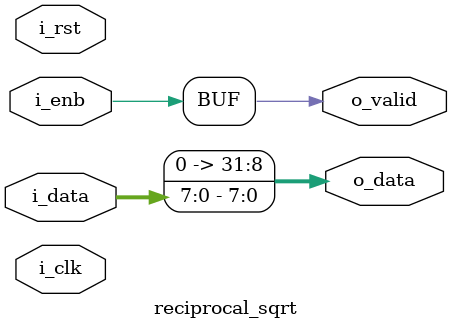
<source format=sv>
module reciprocal_sqrt(i_clk, i_rst, i_enb, i_data, o_valid, o_data);

//-----		INPUTS		------------------------------------------------------------------	
		input i_clk;
		input i_rst;
		input i_enb;
		input [7:0] i_data;
//-----		OUTPUTS		------------------------------------------------------------------		
		output o_valid;
		output [31:0] o_data;
//-----    WIRES         -----------------------------------------------------------------
//-----    REGS         ------------------------------------------------------------------

//========================================================================================
//    		MODULE CONTENT		
//========================================================================================

		assign o_data = i_data; // Just a dummy assignement. Replace with your code.
		assign o_valid = i_enb; // Just a dummy assignement. Replace with your code.
		
endmodule 
</source>
